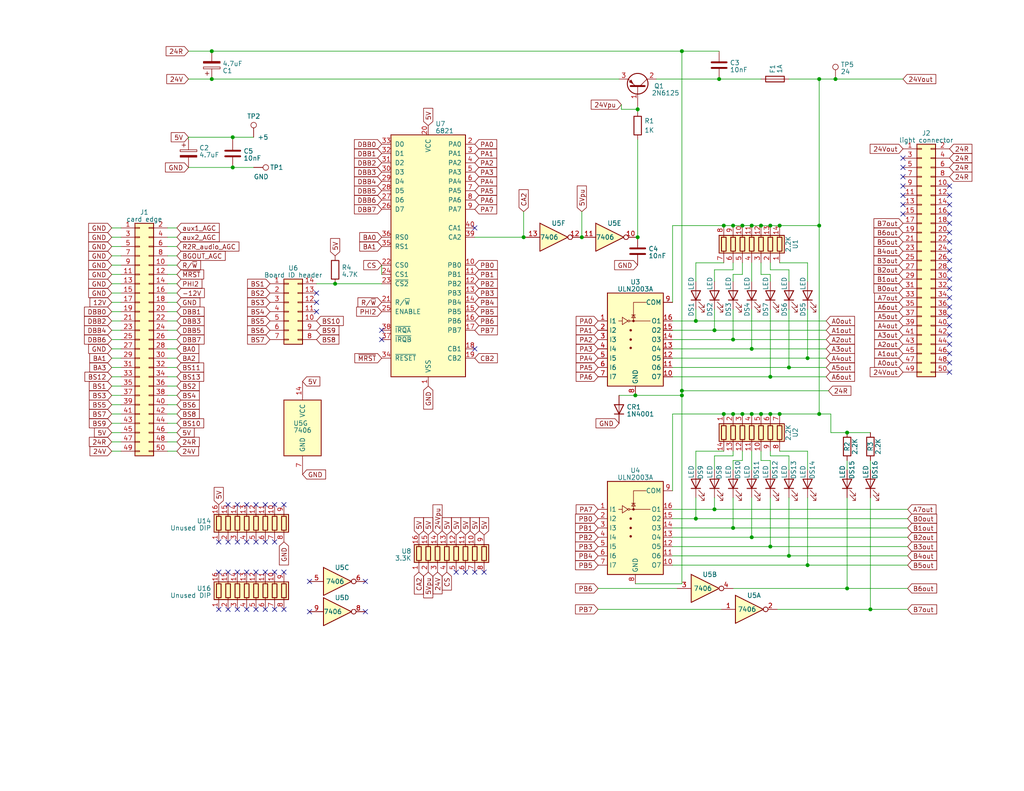
<source format=kicad_sch>
(kicad_sch (version 20230121) (generator eeschema)
  (paper "A")
  (junction (at 220.345 154.305))
  (junction (at 142.875 64.77))
  (junction (at 197.485 113.03))
  (junction (at 215.265 151.765))
  (junction (at 205.105 113.03))
  (junction (at 220.345 97.79))
  (junction (at 194.945 90.17))
  (junction (at 173.355 107.95))
  (junction (at 200.025 92.71))
  (junction (at 237.49 166.37))
  (junction (at 197.485 61.595))
  (junction (at 189.865 141.605))
  (junction (at 202.565 61.595))
  (junction (at 223.52 61.595))
  (junction (at 207.645 61.595))
  (junction (at 231.14 160.655))
  (junction (at 173.99 29.845))
  (junction (at 205.105 146.685))
  (junction (at 158.75 64.77))
  (junction (at 196.215 21.59))
  (junction (at 200.025 144.145))
  (junction (at 200.025 61.595))
  (junction (at 63.5 37.465))
  (junction (at 194.945 139.065))
  (junction (at 223.52 21.59))
  (junction (at 200.025 113.03))
  (junction (at 223.52 113.03))
  (junction (at 231.14 118.11))
  (junction (at 57.785 21.59))
  (junction (at 210.185 61.595))
  (junction (at 210.185 113.03))
  (junction (at 57.785 13.97))
  (junction (at 173.99 64.77))
  (junction (at 205.105 95.25))
  (junction (at 186.055 106.68))
  (junction (at 205.105 61.595))
  (junction (at 186.055 13.97))
  (junction (at 186.055 107.95))
  (junction (at 212.725 61.595))
  (junction (at 91.44 77.47))
  (junction (at 212.725 113.03))
  (junction (at 227.965 21.59))
  (junction (at 202.565 113.03))
  (junction (at 207.645 113.03))
  (junction (at 215.265 100.33))
  (junction (at 210.185 149.225))
  (junction (at 189.865 87.63))
  (junction (at 63.5 45.72))
  (junction (at 210.185 102.87))
  (no_connect (at 72.39 137.795))
  (no_connect (at 84.455 167.005))
  (no_connect (at 64.77 156.21))
  (no_connect (at 259.08 86.36))
  (no_connect (at 99.695 158.75))
  (no_connect (at 259.08 96.52))
  (no_connect (at 86.36 80.01))
  (no_connect (at 69.85 166.37))
  (no_connect (at 59.69 156.21))
  (no_connect (at 69.85 147.955))
  (no_connect (at 67.31 156.21))
  (no_connect (at 259.08 60.96))
  (no_connect (at 74.93 166.37))
  (no_connect (at 259.08 73.66))
  (no_connect (at 129.54 95.25))
  (no_connect (at 259.08 68.58))
  (no_connect (at 129.54 62.23))
  (no_connect (at 259.08 81.28))
  (no_connect (at 99.695 167.005))
  (no_connect (at 74.93 156.21))
  (no_connect (at 259.08 58.42))
  (no_connect (at 259.08 101.6))
  (no_connect (at 259.08 50.8))
  (no_connect (at 246.38 55.88))
  (no_connect (at 259.08 76.2))
  (no_connect (at 246.38 48.26))
  (no_connect (at 246.38 45.72))
  (no_connect (at 246.38 53.34))
  (no_connect (at 259.08 66.04))
  (no_connect (at 84.455 158.75))
  (no_connect (at 59.69 166.37))
  (no_connect (at 67.31 137.795))
  (no_connect (at 72.39 166.37))
  (no_connect (at 259.08 99.06))
  (no_connect (at 67.31 166.37))
  (no_connect (at 129.54 156.21))
  (no_connect (at 62.23 147.955))
  (no_connect (at 67.31 147.955))
  (no_connect (at 64.77 166.37))
  (no_connect (at 86.36 82.55))
  (no_connect (at 104.14 90.17))
  (no_connect (at 59.69 147.955))
  (no_connect (at 62.23 137.795))
  (no_connect (at 69.85 156.21))
  (no_connect (at 259.08 78.74))
  (no_connect (at 77.47 166.37))
  (no_connect (at 127 156.21))
  (no_connect (at 259.08 53.34))
  (no_connect (at 77.47 137.795))
  (no_connect (at 124.46 156.21))
  (no_connect (at 104.14 92.71))
  (no_connect (at 72.39 156.21))
  (no_connect (at 259.08 63.5))
  (no_connect (at 259.08 91.44))
  (no_connect (at 259.08 71.12))
  (no_connect (at 259.08 83.82))
  (no_connect (at 259.08 88.9))
  (no_connect (at 74.93 137.795))
  (no_connect (at 259.08 93.98))
  (no_connect (at 69.85 137.795))
  (no_connect (at 86.36 85.09))
  (no_connect (at 64.77 147.955))
  (no_connect (at 74.93 147.955))
  (no_connect (at 62.23 156.21))
  (no_connect (at 259.08 55.88))
  (no_connect (at 246.38 43.18))
  (no_connect (at 64.77 137.795))
  (no_connect (at 246.38 50.8))
  (no_connect (at 246.38 58.42))
  (no_connect (at 72.39 147.955))
  (no_connect (at 132.08 156.21))
  (no_connect (at 62.23 166.37))
  (no_connect (at 77.47 156.21))
  (wire (pts (xy 202.565 123.19) (xy 202.565 125.73)))
  (wire (pts (xy 189.865 141.605) (xy 189.865 135.89)))
  (wire (pts (xy 163.195 166.37) (xy 196.85 166.37)))
  (wire (pts (xy 163.195 160.655) (xy 184.785 160.655)))
  (wire (pts (xy 48.26 102.87) (xy 45.72 102.87)))
  (wire (pts (xy 48.26 113.03) (xy 45.72 113.03)))
  (wire (pts (xy 200.025 160.655) (xy 231.14 160.655)))
  (wire (pts (xy 48.26 92.71) (xy 45.72 92.71)))
  (wire (pts (xy 48.26 97.79) (xy 45.72 97.79)))
  (wire (pts (xy 48.26 69.85) (xy 45.72 69.85)))
  (wire (pts (xy 207.645 125.73) (xy 210.185 125.73)))
  (wire (pts (xy 179.07 21.59) (xy 196.215 21.59)))
  (wire (pts (xy 183.515 102.87) (xy 210.185 102.87)))
  (wire (pts (xy 33.02 80.01) (xy 30.48 80.01)))
  (wire (pts (xy 33.02 62.23) (xy 30.48 62.23)))
  (wire (pts (xy 247.65 139.065) (xy 194.945 139.065)))
  (wire (pts (xy 200.025 84.455) (xy 200.025 92.71)))
  (wire (pts (xy 189.865 76.835) (xy 189.865 71.755)))
  (wire (pts (xy 200.025 74.93) (xy 202.565 74.93)))
  (wire (pts (xy 189.865 71.755) (xy 197.485 71.755)))
  (wire (pts (xy 227.965 21.59) (xy 246.38 21.59)))
  (wire (pts (xy 220.345 154.305) (xy 220.345 135.89)))
  (wire (pts (xy 205.105 84.455) (xy 205.105 95.25)))
  (wire (pts (xy 91.44 77.47) (xy 104.14 77.47)))
  (wire (pts (xy 215.265 151.765) (xy 183.515 151.765)))
  (wire (pts (xy 189.865 128.27) (xy 189.865 123.19)))
  (wire (pts (xy 200.025 144.145) (xy 183.515 144.145)))
  (wire (pts (xy 33.02 97.79) (xy 30.48 97.79)))
  (wire (pts (xy 33.02 69.85) (xy 30.48 69.85)))
  (wire (pts (xy 247.65 141.605) (xy 189.865 141.605)))
  (wire (pts (xy 33.02 85.09) (xy 30.48 85.09)))
  (wire (pts (xy 33.02 110.49) (xy 30.48 110.49)))
  (wire (pts (xy 194.945 73.66) (xy 194.945 76.835)))
  (wire (pts (xy 210.185 76.835) (xy 210.185 74.93)))
  (wire (pts (xy 247.65 160.655) (xy 231.14 160.655)))
  (wire (pts (xy 183.515 90.17) (xy 194.945 90.17)))
  (wire (pts (xy 48.26 82.55) (xy 45.72 82.55)))
  (wire (pts (xy 142.875 64.77) (xy 143.51 64.77)))
  (wire (pts (xy 207.645 123.19) (xy 207.645 125.73)))
  (wire (pts (xy 200.025 125.73) (xy 200.025 128.27)))
  (wire (pts (xy 33.02 100.33) (xy 30.48 100.33)))
  (wire (pts (xy 48.26 120.65) (xy 45.72 120.65)))
  (wire (pts (xy 247.65 146.685) (xy 205.105 146.685)))
  (wire (pts (xy 212.725 61.595) (xy 223.52 61.595)))
  (wire (pts (xy 215.265 84.455) (xy 215.265 100.33)))
  (wire (pts (xy 48.26 107.95) (xy 45.72 107.95)))
  (wire (pts (xy 231.14 160.655) (xy 231.14 135.89)))
  (wire (pts (xy 212.725 123.19) (xy 220.345 123.19)))
  (wire (pts (xy 200.025 124.46) (xy 194.945 124.46)))
  (wire (pts (xy 215.265 100.33) (xy 225.425 100.33)))
  (wire (pts (xy 237.49 166.37) (xy 247.65 166.37)))
  (wire (pts (xy 51.435 45.72) (xy 63.5 45.72)))
  (wire (pts (xy 200.025 61.595) (xy 197.485 61.595)))
  (wire (pts (xy 247.65 149.225) (xy 210.185 149.225)))
  (wire (pts (xy 202.565 125.73) (xy 200.025 125.73)))
  (wire (pts (xy 48.26 115.57) (xy 45.72 115.57)))
  (wire (pts (xy 212.725 71.755) (xy 220.345 71.755)))
  (wire (pts (xy 194.945 84.455) (xy 194.945 90.17)))
  (wire (pts (xy 33.02 74.93) (xy 30.48 74.93)))
  (wire (pts (xy 48.26 64.77) (xy 45.72 64.77)))
  (wire (pts (xy 169.545 28.575) (xy 169.545 29.845)))
  (wire (pts (xy 48.26 105.41) (xy 45.72 105.41)))
  (wire (pts (xy 212.725 61.595) (xy 210.185 61.595)))
  (wire (pts (xy 183.515 113.03) (xy 197.485 113.03)))
  (wire (pts (xy 48.26 85.09) (xy 45.72 85.09)))
  (wire (pts (xy 205.105 95.25) (xy 225.425 95.25)))
  (wire (pts (xy 33.02 77.47) (xy 30.48 77.47)))
  (wire (pts (xy 197.485 113.03) (xy 200.025 113.03)))
  (wire (pts (xy 51.435 13.97) (xy 57.785 13.97)))
  (wire (pts (xy 173.355 107.95) (xy 186.055 107.95)))
  (wire (pts (xy 231.14 125.73) (xy 231.14 128.27)))
  (wire (pts (xy 63.5 37.465) (xy 69.215 37.465)))
  (wire (pts (xy 205.105 146.685) (xy 205.105 135.89)))
  (wire (pts (xy 210.185 124.46) (xy 215.265 124.46)))
  (wire (pts (xy 194.945 128.27) (xy 194.945 124.46)))
  (wire (pts (xy 210.185 149.225) (xy 210.185 135.89)))
  (wire (pts (xy 210.185 61.595) (xy 207.645 61.595)))
  (wire (pts (xy 48.26 62.23) (xy 45.72 62.23)))
  (wire (pts (xy 223.52 21.59) (xy 223.52 61.595)))
  (wire (pts (xy 189.865 84.455) (xy 189.865 87.63)))
  (wire (pts (xy 183.515 100.33) (xy 215.265 100.33)))
  (wire (pts (xy 169.545 29.845) (xy 173.99 29.845)))
  (wire (pts (xy 183.515 92.71) (xy 200.025 92.71)))
  (wire (pts (xy 186.055 159.385) (xy 186.055 107.95)))
  (wire (pts (xy 247.65 154.305) (xy 220.345 154.305)))
  (wire (pts (xy 33.02 118.11) (xy 30.48 118.11)))
  (wire (pts (xy 215.265 21.59) (xy 223.52 21.59)))
  (wire (pts (xy 63.5 45.72) (xy 69.215 45.72)))
  (wire (pts (xy 33.02 102.87) (xy 30.48 102.87)))
  (wire (pts (xy 51.435 37.465) (xy 51.435 38.1)))
  (wire (pts (xy 86.36 77.47) (xy 91.44 77.47)))
  (wire (pts (xy 173.99 30.48) (xy 173.99 29.845)))
  (wire (pts (xy 197.485 123.19) (xy 189.865 123.19)))
  (wire (pts (xy 129.54 64.77) (xy 142.875 64.77)))
  (wire (pts (xy 200.025 92.71) (xy 225.425 92.71)))
  (wire (pts (xy 48.26 95.25) (xy 45.72 95.25)))
  (wire (pts (xy 186.055 13.97) (xy 196.215 13.97)))
  (wire (pts (xy 223.52 113.03) (xy 226.695 113.03)))
  (wire (pts (xy 33.02 87.63) (xy 30.48 87.63)))
  (wire (pts (xy 33.02 105.41) (xy 30.48 105.41)))
  (wire (pts (xy 212.09 166.37) (xy 237.49 166.37)))
  (wire (pts (xy 186.055 106.68) (xy 186.055 107.95)))
  (wire (pts (xy 48.26 87.63) (xy 45.72 87.63)))
  (wire (pts (xy 210.185 84.455) (xy 210.185 102.87)))
  (wire (pts (xy 63.5 37.465) (xy 63.5 38.1)))
  (wire (pts (xy 48.26 74.93) (xy 45.72 74.93)))
  (wire (pts (xy 202.565 74.93) (xy 202.565 71.755)))
  (wire (pts (xy 207.645 71.755) (xy 207.645 74.93)))
  (wire (pts (xy 220.345 84.455) (xy 220.345 97.79)))
  (wire (pts (xy 183.515 87.63) (xy 189.865 87.63)))
  (wire (pts (xy 220.345 76.835) (xy 220.345 71.755)))
  (wire (pts (xy 48.26 123.19) (xy 45.72 123.19)))
  (wire (pts (xy 48.26 118.11) (xy 45.72 118.11)))
  (wire (pts (xy 51.435 37.465) (xy 63.5 37.465)))
  (wire (pts (xy 33.02 115.57) (xy 30.48 115.57)))
  (wire (pts (xy 33.02 120.65) (xy 30.48 120.65)))
  (wire (pts (xy 33.02 95.25) (xy 30.48 95.25)))
  (wire (pts (xy 33.02 72.39) (xy 30.48 72.39)))
  (wire (pts (xy 207.645 113.03) (xy 205.105 113.03)))
  (wire (pts (xy 212.725 113.03) (xy 223.52 113.03)))
  (wire (pts (xy 215.265 151.765) (xy 215.265 135.89)))
  (wire (pts (xy 173.355 159.385) (xy 186.055 159.385)))
  (wire (pts (xy 200.025 123.19) (xy 200.025 124.46)))
  (wire (pts (xy 183.515 61.595) (xy 183.515 82.55)))
  (wire (pts (xy 215.265 124.46) (xy 215.265 128.27)))
  (wire (pts (xy 48.26 100.33) (xy 45.72 100.33)))
  (wire (pts (xy 223.52 61.595) (xy 223.52 113.03)))
  (wire (pts (xy 210.185 71.755) (xy 210.185 73.66)))
  (wire (pts (xy 200.025 73.66) (xy 194.945 73.66)))
  (wire (pts (xy 247.65 144.145) (xy 200.025 144.145)))
  (wire (pts (xy 33.02 90.17) (xy 30.48 90.17)))
  (wire (pts (xy 33.02 64.77) (xy 30.48 64.77)))
  (wire (pts (xy 51.435 21.59) (xy 57.785 21.59)))
  (wire (pts (xy 189.865 87.63) (xy 225.425 87.63)))
  (wire (pts (xy 207.645 74.93) (xy 210.185 74.93)))
  (wire (pts (xy 200.025 144.145) (xy 200.025 135.89)))
  (wire (pts (xy 183.515 113.03) (xy 183.515 133.985)))
  (wire (pts (xy 205.105 146.685) (xy 183.515 146.685)))
  (wire (pts (xy 210.185 73.66) (xy 215.265 73.66)))
  (wire (pts (xy 48.26 90.17) (xy 45.72 90.17)))
  (wire (pts (xy 247.65 151.765) (xy 215.265 151.765)))
  (wire (pts (xy 48.26 80.01) (xy 45.72 80.01)))
  (wire (pts (xy 220.345 97.79) (xy 225.425 97.79)))
  (wire (pts (xy 205.105 61.595) (xy 207.645 61.595)))
  (wire (pts (xy 33.02 67.31) (xy 30.48 67.31)))
  (wire (pts (xy 210.185 149.225) (xy 183.515 149.225)))
  (wire (pts (xy 168.91 107.95) (xy 173.355 107.95)))
  (wire (pts (xy 210.185 102.87) (xy 225.425 102.87)))
  (wire (pts (xy 205.105 113.03) (xy 202.565 113.03)))
  (wire (pts (xy 48.26 67.31) (xy 45.72 67.31)))
  (wire (pts (xy 223.52 21.59) (xy 227.965 21.59)))
  (wire (pts (xy 205.105 76.835) (xy 205.105 71.755)))
  (wire (pts (xy 104.14 72.39) (xy 104.14 74.93)))
  (wire (pts (xy 231.14 118.11) (xy 226.695 118.11)))
  (wire (pts (xy 197.485 61.595) (xy 183.515 61.595)))
  (wire (pts (xy 200.025 73.66) (xy 200.025 71.755)))
  (wire (pts (xy 142.875 57.785) (xy 142.875 64.77)))
  (wire (pts (xy 33.02 82.55) (xy 30.48 82.55)))
  (wire (pts (xy 202.565 61.595) (xy 200.025 61.595)))
  (wire (pts (xy 210.185 113.03) (xy 207.645 113.03)))
  (wire (pts (xy 33.02 92.71) (xy 30.48 92.71)))
  (wire (pts (xy 48.26 77.47) (xy 45.72 77.47)))
  (wire (pts (xy 48.26 72.39) (xy 45.72 72.39)))
  (wire (pts (xy 189.865 141.605) (xy 183.515 141.605)))
  (wire (pts (xy 57.785 21.59) (xy 168.91 21.59)))
  (wire (pts (xy 226.695 118.11) (xy 226.695 113.03)))
  (wire (pts (xy 183.515 97.79) (xy 220.345 97.79)))
  (wire (pts (xy 194.945 139.065) (xy 194.945 135.89)))
  (wire (pts (xy 33.02 107.95) (xy 30.48 107.95)))
  (wire (pts (xy 210.185 125.73) (xy 210.185 128.27)))
  (wire (pts (xy 186.055 13.97) (xy 186.055 106.68)))
  (wire (pts (xy 220.345 123.19) (xy 220.345 128.27)))
  (wire (pts (xy 57.785 13.97) (xy 186.055 13.97)))
  (wire (pts (xy 183.515 95.25) (xy 205.105 95.25)))
  (wire (pts (xy 220.345 154.305) (xy 183.515 154.305)))
  (wire (pts (xy 210.185 123.19) (xy 210.185 124.46)))
  (wire (pts (xy 158.75 57.785) (xy 158.75 64.77)))
  (wire (pts (xy 173.99 38.1) (xy 173.99 64.77)))
  (wire (pts (xy 207.645 21.59) (xy 196.215 21.59)))
  (wire (pts (xy 173.99 29.845) (xy 173.99 29.21)))
  (wire (pts (xy 226.06 106.68) (xy 186.055 106.68)))
  (wire (pts (xy 237.49 118.11) (xy 231.14 118.11)))
  (wire (pts (xy 237.49 166.37) (xy 237.49 135.89)))
  (wire (pts (xy 194.945 90.17) (xy 225.425 90.17)))
  (wire (pts (xy 202.565 113.03) (xy 200.025 113.03)))
  (wire (pts (xy 194.945 139.065) (xy 183.515 139.065)))
  (wire (pts (xy 200.025 76.835) (xy 200.025 74.93)))
  (wire (pts (xy 202.565 61.595) (xy 205.105 61.595)))
  (wire (pts (xy 33.02 113.03) (xy 30.48 113.03)))
  (wire (pts (xy 48.26 110.49) (xy 45.72 110.49)))
  (wire (pts (xy 33.02 123.19) (xy 30.48 123.19)))
  (wire (pts (xy 212.725 113.03) (xy 210.185 113.03)))
  (wire (pts (xy 237.49 125.73) (xy 237.49 128.27)))
  (wire (pts (xy 205.105 128.27) (xy 205.105 123.19)))
  (wire (pts (xy 215.265 73.66) (xy 215.265 76.835)))
  (global_label "aux1_AGC" (shape input) (at 48.26 62.23 0) (property "Intersheetrefs" "${INTERSHEET_REFS}" (effects hide)))
  (global_label "24V" (shape input) (at 119.38 156.21 270) (property "Intersheetrefs" "${INTERSHEET_REFS}" (effects hide)))
  (global_label "BS2" (shape input) (at 73.66 80.01 180) (property "Intersheetrefs" "${INTERSHEET_REFS}" (effects hide)))
  (global_label "PA4" (shape input) (at 163.195 97.79 180) (property "Intersheetrefs" "${INTERSHEET_REFS}" (effects hide)))
  (global_label "DBB6" (shape input) (at 104.14 54.61 180) (property "Intersheetrefs" "${INTERSHEET_REFS}" (effects hide)))
  (global_label "GND" (shape input) (at 168.91 115.57 180) (property "Intersheetrefs" "${INTERSHEET_REFS}" (effects hide)))
  (global_label "B6out" (shape input) (at 246.38 63.5 180) (property "Intersheetrefs" "${INTERSHEET_REFS}" (effects hide)))
  (global_label "GND" (shape input) (at 30.48 69.85 180) (property "Intersheetrefs" "${INTERSHEET_REFS}" (effects hide)))
  (global_label "aux2_AGC" (shape input) (at 48.26 64.77 0) (property "Intersheetrefs" "${INTERSHEET_REFS}" (effects hide)))
  (global_label "PA7" (shape input) (at 129.54 57.15 0) (property "Intersheetrefs" "${INTERSHEET_REFS}" (effects hide)))
  (global_label "PHI2" (shape input) (at 104.14 85.09 180) (property "Intersheetrefs" "${INTERSHEET_REFS}" (effects hide)))
  (global_label "DBB3" (shape input) (at 104.14 46.99 180) (property "Intersheetrefs" "${INTERSHEET_REFS}" (effects hide)))
  (global_label "BA1" (shape input) (at 104.14 67.31 180) (property "Intersheetrefs" "${INTERSHEET_REFS}" (effects hide)))
  (global_label "24V" (shape input) (at 48.26 123.19 0) (property "Intersheetrefs" "${INTERSHEET_REFS}" (effects hide)))
  (global_label "DBB2" (shape input) (at 104.14 44.45 180) (property "Intersheetrefs" "${INTERSHEET_REFS}" (effects hide)))
  (global_label "BA2" (shape input) (at 48.26 97.79 0) (property "Intersheetrefs" "${INTERSHEET_REFS}" (effects hide)))
  (global_label "BS2" (shape input) (at 48.26 105.41 0) (property "Intersheetrefs" "${INTERSHEET_REFS}" (effects hide)))
  (global_label "5Vpu" (shape input) (at 116.84 156.21 270) (property "Intersheetrefs" "${INTERSHEET_REFS}" (effects hide)))
  (global_label "DBB5" (shape input) (at 104.14 52.07 180) (property "Intersheetrefs" "${INTERSHEET_REFS}" (effects hide)))
  (global_label "5V" (shape input) (at 82.55 104.14 0) (property "Intersheetrefs" "${INTERSHEET_REFS}" (effects hide)))
  (global_label "BS8" (shape input) (at 86.36 92.71 0) (property "Intersheetrefs" "${INTERSHEET_REFS}" (effects hide)))
  (global_label "BA3" (shape input) (at 30.48 100.33 180) (property "Intersheetrefs" "${INTERSHEET_REFS}" (effects hide)))
  (global_label "B0out" (shape input) (at 246.38 78.74 180) (property "Intersheetrefs" "${INTERSHEET_REFS}" (effects hide)))
  (global_label "24R" (shape input) (at 259.08 43.18 0) (property "Intersheetrefs" "${INTERSHEET_REFS}" (effects hide)))
  (global_label "GND" (shape input) (at 51.435 45.72 180) (property "Intersheetrefs" "${INTERSHEET_REFS}" (effects hide)))
  (global_label "24R" (shape input) (at 226.06 106.68 0) (property "Intersheetrefs" "${INTERSHEET_REFS}" (effects hide)))
  (global_label "PA2" (shape input) (at 129.54 44.45 0) (property "Intersheetrefs" "${INTERSHEET_REFS}" (effects hide)))
  (global_label "A0out" (shape input) (at 246.38 99.06 180) (property "Intersheetrefs" "${INTERSHEET_REFS}" (effects hide)))
  (global_label "DBB0" (shape input) (at 104.14 39.37 180) (property "Intersheetrefs" "${INTERSHEET_REFS}" (effects hide)))
  (global_label "A6out" (shape input) (at 225.425 102.87 0) (property "Intersheetrefs" "${INTERSHEET_REFS}" (effects hide)))
  (global_label "PA3" (shape input) (at 163.195 95.25 180) (property "Intersheetrefs" "${INTERSHEET_REFS}" (effects hide)))
  (global_label "BS4" (shape input) (at 48.26 107.95 0) (property "Intersheetrefs" "${INTERSHEET_REFS}" (effects hide)))
  (global_label "PA0" (shape input) (at 129.54 39.37 0) (property "Intersheetrefs" "${INTERSHEET_REFS}" (effects hide)))
  (global_label "~{MRST}" (shape input) (at 104.14 97.79 180) (property "Intersheetrefs" "${INTERSHEET_REFS}" (effects hide)))
  (global_label "GND" (shape input) (at 30.48 72.39 180) (property "Intersheetrefs" "${INTERSHEET_REFS}" (effects hide)))
  (global_label "5V" (shape input) (at 30.48 118.11 180) (property "Intersheetrefs" "${INTERSHEET_REFS}" (effects hide)))
  (global_label "PA7" (shape input) (at 163.195 139.065 180) (property "Intersheetrefs" "${INTERSHEET_REFS}" (effects hide)))
  (global_label "DBB7" (shape input) (at 48.26 92.71 0) (property "Intersheetrefs" "${INTERSHEET_REFS}" (effects hide)))
  (global_label "B2out" (shape input) (at 246.38 73.66 180) (property "Intersheetrefs" "${INTERSHEET_REFS}" (effects hide)))
  (global_label "PA0" (shape input) (at 163.195 87.63 180) (property "Intersheetrefs" "${INTERSHEET_REFS}" (effects hide)))
  (global_label "DBB1" (shape input) (at 48.26 85.09 0) (property "Intersheetrefs" "${INTERSHEET_REFS}" (effects hide)))
  (global_label "PB3" (shape input) (at 163.195 149.225 180) (property "Intersheetrefs" "${INTERSHEET_REFS}" (effects hide)))
  (global_label "PB5" (shape input) (at 163.195 154.305 180) (property "Intersheetrefs" "${INTERSHEET_REFS}" (effects hide)))
  (global_label "PB6" (shape input) (at 129.54 87.63 0) (property "Intersheetrefs" "${INTERSHEET_REFS}" (effects hide)))
  (global_label "BS1" (shape input) (at 30.48 105.41 180) (property "Intersheetrefs" "${INTERSHEET_REFS}" (effects hide)))
  (global_label "A4out" (shape input) (at 246.38 88.9 180) (property "Intersheetrefs" "${INTERSHEET_REFS}" (effects hide)))
  (global_label "PA4" (shape input) (at 129.54 49.53 0) (property "Intersheetrefs" "${INTERSHEET_REFS}" (effects hide)))
  (global_label "B4out" (shape input) (at 246.38 68.58 180) (property "Intersheetrefs" "${INTERSHEET_REFS}" (effects hide)))
  (global_label "PA6" (shape input) (at 129.54 54.61 0) (property "Intersheetrefs" "${INTERSHEET_REFS}" (effects hide)))
  (global_label "BS5" (shape input) (at 30.48 110.49 180) (property "Intersheetrefs" "${INTERSHEET_REFS}" (effects hide)))
  (global_label "GND" (shape input) (at 30.48 74.93 180) (property "Intersheetrefs" "${INTERSHEET_REFS}" (effects hide)))
  (global_label "DBB4" (shape input) (at 104.14 49.53 180) (property "Intersheetrefs" "${INTERSHEET_REFS}" (effects hide)))
  (global_label "B5out" (shape input) (at 246.38 66.04 180) (property "Intersheetrefs" "${INTERSHEET_REFS}" (effects hide)))
  (global_label "A5out" (shape input) (at 225.425 100.33 0) (property "Intersheetrefs" "${INTERSHEET_REFS}" (effects hide)))
  (global_label "BS6" (shape input) (at 73.66 90.17 180) (property "Intersheetrefs" "${INTERSHEET_REFS}" (effects hide)))
  (global_label "BGOUT_AGC" (shape input) (at 48.26 69.85 0) (property "Intersheetrefs" "${INTERSHEET_REFS}" (effects hide)))
  (global_label "PHI2" (shape input) (at 48.26 77.47 0) (property "Intersheetrefs" "${INTERSHEET_REFS}" (effects hide)))
  (global_label "PB7" (shape input) (at 163.195 166.37 180) (property "Intersheetrefs" "${INTERSHEET_REFS}" (effects hide)))
  (global_label "GND" (shape input) (at 30.48 67.31 180) (property "Intersheetrefs" "${INTERSHEET_REFS}" (effects hide)))
  (global_label "24V" (shape input) (at 30.48 123.19 180) (property "Intersheetrefs" "${INTERSHEET_REFS}" (effects hide)))
  (global_label "A2out" (shape input) (at 225.425 92.71 0) (property "Intersheetrefs" "${INTERSHEET_REFS}" (effects hide)))
  (global_label "B5out" (shape input) (at 247.65 154.305 0) (property "Intersheetrefs" "${INTERSHEET_REFS}" (effects hide)))
  (global_label "A3out" (shape input) (at 246.38 91.44 180) (property "Intersheetrefs" "${INTERSHEET_REFS}" (effects hide)))
  (global_label "B4out" (shape input) (at 247.65 151.765 0) (property "Intersheetrefs" "${INTERSHEET_REFS}" (effects hide)))
  (global_label "A2out" (shape input) (at 246.38 93.98 180) (property "Intersheetrefs" "${INTERSHEET_REFS}" (effects hide)))
  (global_label "A1out" (shape input) (at 246.38 96.52 180) (property "Intersheetrefs" "${INTERSHEET_REFS}" (effects hide)))
  (global_label "5V" (shape input) (at 59.69 137.795 90) (property "Intersheetrefs" "${INTERSHEET_REFS}" (effects hide)))
  (global_label "PB7" (shape input) (at 129.54 90.17 0) (property "Intersheetrefs" "${INTERSHEET_REFS}" (effects hide)))
  (global_label "PB4" (shape input) (at 129.54 82.55 0) (property "Intersheetrefs" "${INTERSHEET_REFS}" (effects hide)))
  (global_label "CA2" (shape input) (at 142.875 57.785 90) (property "Intersheetrefs" "${INTERSHEET_REFS}" (effects hide)))
  (global_label "R{slash}~{W}" (shape input) (at 48.26 72.39 0) (property "Intersheetrefs" "${INTERSHEET_REFS}" (effects hide)))
  (global_label "GND" (shape input) (at 30.48 95.25 180) (property "Intersheetrefs" "${INTERSHEET_REFS}" (effects hide)))
  (global_label "DBB2" (shape input) (at 30.48 87.63 180) (property "Intersheetrefs" "${INTERSHEET_REFS}" (effects hide)))
  (global_label "24Vout" (shape input) (at 246.38 101.6 180) (property "Intersheetrefs" "${INTERSHEET_REFS}" (effects hide)))
  (global_label "BS3" (shape input) (at 30.48 107.95 180) (property "Intersheetrefs" "${INTERSHEET_REFS}" (effects hide)))
  (global_label "24R" (shape input) (at 259.08 40.64 0) (property "Intersheetrefs" "${INTERSHEET_REFS}" (effects hide)))
  (global_label "BA0" (shape input) (at 48.26 95.25 0) (property "Intersheetrefs" "${INTERSHEET_REFS}" (effects hide)))
  (global_label "24Vpu" (shape input) (at 169.545 28.575 180) (property "Intersheetrefs" "${INTERSHEET_REFS}" (effects hide)))
  (global_label "24V" (shape input) (at 51.435 21.59 180) (property "Intersheetrefs" "${INTERSHEET_REFS}" (effects hide)))
  (global_label "PB2" (shape input) (at 163.195 146.685 180) (property "Intersheetrefs" "${INTERSHEET_REFS}" (effects hide)))
  (global_label "24Vout" (shape input) (at 246.38 21.59 0) (property "Intersheetrefs" "${INTERSHEET_REFS}" (effects hide)))
  (global_label "5V" (shape input) (at 116.84 34.29 90) (property "Intersheetrefs" "${INTERSHEET_REFS}" (effects hide)))
  (global_label "B6out" (shape input) (at 247.65 160.655 0) (property "Intersheetrefs" "${INTERSHEET_REFS}" (effects hide)))
  (global_label "BS11" (shape input) (at 48.26 100.33 0) (property "Intersheetrefs" "${INTERSHEET_REFS}" (effects hide)))
  (global_label "B3out" (shape input) (at 247.65 149.225 0) (property "Intersheetrefs" "${INTERSHEET_REFS}" (effects hide)))
  (global_label "5V" (shape input) (at 116.84 146.05 90) (property "Intersheetrefs" "${INTERSHEET_REFS}" (effects hide)))
  (global_label "A3out" (shape input) (at 225.425 95.25 0) (property "Intersheetrefs" "${INTERSHEET_REFS}" (effects hide)))
  (global_label "BA1" (shape input) (at 30.48 97.79 180) (property "Intersheetrefs" "${INTERSHEET_REFS}" (effects hide)))
  (global_label "PB4" (shape input) (at 163.195 151.765 180) (property "Intersheetrefs" "${INTERSHEET_REFS}" (effects hide)))
  (global_label "DBB4" (shape input) (at 30.48 90.17 180) (property "Intersheetrefs" "${INTERSHEET_REFS}" (effects hide)))
  (global_label "PA1" (shape input) (at 129.54 41.91 0) (property "Intersheetrefs" "${INTERSHEET_REFS}" (effects hide)))
  (global_label "BS13" (shape input) (at 48.26 102.87 0) (property "Intersheetrefs" "${INTERSHEET_REFS}" (effects hide)))
  (global_label "5V" (shape input) (at 127 146.05 90) (property "Intersheetrefs" "${INTERSHEET_REFS}" (effects hide)))
  (global_label "24Vout" (shape input) (at 246.38 40.64 180) (property "Intersheetrefs" "${INTERSHEET_REFS}" (effects hide)))
  (global_label "BS4" (shape input) (at 73.66 85.09 180) (property "Intersheetrefs" "${INTERSHEET_REFS}" (effects hide)))
  (global_label "24Vpu" (shape input) (at 119.38 146.05 90) (property "Intersheetrefs" "${INTERSHEET_REFS}" (effects hide)))
  (global_label "GND" (shape input) (at 30.48 64.77 180) (property "Intersheetrefs" "${INTERSHEET_REFS}" (effects hide)))
  (global_label "GND" (shape input) (at 48.26 82.55 0) (property "Intersheetrefs" "${INTERSHEET_REFS}" (effects hide)))
  (global_label "5V" (shape input) (at 114.3 146.05 90) (property "Intersheetrefs" "${INTERSHEET_REFS}" (effects hide)))
  (global_label "~{MRST}" (shape input) (at 48.26 74.93 0) (property "Intersheetrefs" "${INTERSHEET_REFS}" (effects hide)))
  (global_label "CS" (shape input) (at 104.14 72.39 180) (property "Intersheetrefs" "${INTERSHEET_REFS}" (effects hide)))
  (global_label "GND" (shape input) (at 116.84 105.41 270) (property "Intersheetrefs" "${INTERSHEET_REFS}" (effects hide)))
  (global_label "PA5" (shape input) (at 163.195 100.33 180) (property "Intersheetrefs" "${INTERSHEET_REFS}" (effects hide)))
  (global_label "24R" (shape input) (at 51.435 13.97 180) (property "Intersheetrefs" "${INTERSHEET_REFS}" (effects hide)))
  (global_label "A7out" (shape input) (at 247.65 139.065 0) (property "Intersheetrefs" "${INTERSHEET_REFS}" (effects hide)))
  (global_label "PB2" (shape input) (at 129.54 77.47 0) (property "Intersheetrefs" "${INTERSHEET_REFS}" (effects hide)))
  (global_label "PB1" (shape input) (at 163.195 144.145 180) (property "Intersheetrefs" "${INTERSHEET_REFS}" (effects hide)))
  (global_label "B1out" (shape input) (at 247.65 144.145 0) (property "Intersheetrefs" "${INTERSHEET_REFS}" (effects hide)))
  (global_label "5V" (shape input) (at 121.92 146.05 90) (property "Intersheetrefs" "${INTERSHEET_REFS}" (effects hide)))
  (global_label "B7out" (shape input) (at 247.65 166.37 0) (property "Intersheetrefs" "${INTERSHEET_REFS}" (effects hide)))
  (global_label "PB0" (shape input) (at 129.54 72.39 0) (property "Intersheetrefs" "${INTERSHEET_REFS}" (effects hide)))
  (global_label "5V" (shape input) (at 51.435 37.465 180) (property "Intersheetrefs" "${INTERSHEET_REFS}" (effects hide)))
  (global_label "BS3" (shape input) (at 73.66 82.55 180) (property "Intersheetrefs" "${INTERSHEET_REFS}" (effects hide)))
  (global_label "PA5" (shape input) (at 129.54 52.07 0) (property "Intersheetrefs" "${INTERSHEET_REFS}" (effects hide)))
  (global_label "5V" (shape input) (at 132.08 146.05 90) (property "Intersheetrefs" "${INTERSHEET_REFS}" (effects hide)))
  (global_label "GND" (shape input) (at 30.48 77.47 180) (property "Intersheetrefs" "${INTERSHEET_REFS}" (effects hide)))
  (global_label "A5out" (shape input) (at 246.38 86.36 180) (property "Intersheetrefs" "${INTERSHEET_REFS}" (effects hide)))
  (global_label "BS6" (shape input) (at 48.26 110.49 0) (property "Intersheetrefs" "${INTERSHEET_REFS}" (effects hide)))
  (global_label "DBB0" (shape input) (at 30.48 85.09 180) (property "Intersheetrefs" "${INTERSHEET_REFS}" (effects hide)))
  (global_label "CS" (shape input) (at 121.92 156.21 270) (property "Intersheetrefs" "${INTERSHEET_REFS}" (effects hide)))
  (global_label "PB6" (shape input) (at 163.195 160.655 180) (property "Intersheetrefs" "${INTERSHEET_REFS}" (effects hide)))
  (global_label "24R" (shape input) (at 259.08 48.26 0) (property "Intersheetrefs" "${INTERSHEET_REFS}" (effects hide)))
  (global_label "PB5" (shape input) (at 129.54 85.09 0) (property "Intersheetrefs" "${INTERSHEET_REFS}" (effects hide)))
  (global_label "BS12" (shape input) (at 30.48 102.87 180) (property "Intersheetrefs" "${INTERSHEET_REFS}" (effects hide)))
  (global_label "BA0" (shape input) (at 104.14 64.77 180) (property "Intersheetrefs" "${INTERSHEET_REFS}" (effects hide)))
  (global_label "GND" (shape input) (at 30.48 62.23 180) (property "Intersheetrefs" "${INTERSHEET_REFS}" (effects hide)))
  (global_label "-12V" (shape input) (at 48.26 80.01 0) (property "Intersheetrefs" "${INTERSHEET_REFS}" (effects hide)))
  (global_label "5V" (shape input) (at 91.44 69.85 90) (property "Intersheetrefs" "${INTERSHEET_REFS}" (effects hide)))
  (global_label "BS5" (shape input) (at 73.66 87.63 180) (property "Intersheetrefs" "${INTERSHEET_REFS}" (effects hide)))
  (global_label "BS1" (shape input) (at 73.66 77.47 180) (property "Intersheetrefs" "${INTERSHEET_REFS}" (effects hide)))
  (global_label "BS9" (shape input) (at 86.36 90.17 0) (property "Intersheetrefs" "${INTERSHEET_REFS}" (effects hide)))
  (global_label "BS10" (shape input) (at 86.36 87.63 0) (property "Intersheetrefs" "${INTERSHEET_REFS}" (effects hide)))
  (global_label "PA6" (shape input) (at 163.195 102.87 180) (property "Intersheetrefs" "${INTERSHEET_REFS}" (effects hide)))
  (global_label "DBB7" (shape input) (at 104.14 57.15 180) (property "Intersheetrefs" "${INTERSHEET_REFS}" (effects hide)))
  (global_label "PA3" (shape input) (at 129.54 46.99 0) (property "Intersheetrefs" "${INTERSHEET_REFS}" (effects hide)))
  (global_label "BS10" (shape input) (at 48.26 115.57 0) (property "Intersheetrefs" "${INTERSHEET_REFS}" (effects hide)))
  (global_label "DBB6" (shape input) (at 30.48 92.71 180) (property "Intersheetrefs" "${INTERSHEET_REFS}" (effects hide)))
  (global_label "5V" (shape input) (at 124.46 146.05 90) (property "Intersheetrefs" "${INTERSHEET_REFS}" (effects hide)))
  (global_label "PB1" (shape input) (at 129.54 74.93 0) (property "Intersheetrefs" "${INTERSHEET_REFS}" (effects hide)))
  (global_label "24R" (shape input) (at 48.26 120.65 0) (property "Intersheetrefs" "${INTERSHEET_REFS}" (effects hide)))
  (global_label "GND" (shape input) (at 173.99 72.39 180) (property "Intersheetrefs" "${INTERSHEET_REFS}" (effects hide)))
  (global_label "A4out" (shape input) (at 225.425 97.79 0) (property "Intersheetrefs" "${INTERSHEET_REFS}" (effects hide)))
  (global_label "PA2" (shape input) (at 163.195 92.71 180) (property "Intersheetrefs" "${INTERSHEET_REFS}" (effects hide)))
  (global_label "5V" (shape input) (at 48.26 118.11 0) (property "Intersheetrefs" "${INTERSHEET_REFS}" (effects hide)))
  (global_label "5Vpu" (shape input) (at 158.75 57.785 90) (property "Intersheetrefs" "${INTERSHEET_REFS}" (effects hide)))
  (global_label "24R" (shape input) (at 30.48 120.65 180) (property "Intersheetrefs" "${INTERSHEET_REFS}" (effects hide)))
  (global_label "DBB3" (shape input) (at 48.26 87.63 0) (property "Intersheetrefs" "${INTERSHEET_REFS}" (effects hide)))
  (global_label "DBB1" (shape input) (at 104.14 41.91 180) (property "Intersheetrefs" "${INTERSHEET_REFS}" (effects hide)))
  (global_label "5V" (shape input) (at 129.54 146.05 90) (property "Intersheetrefs" "${INTERSHEET_REFS}" (effects hide)))
  (global_label "PB3" (shape input) (at 129.54 80.01 0) (property "Intersheetrefs" "${INTERSHEET_REFS}" (effects hide)))
  (global_label "GND" (shape input) (at 30.48 80.01 180) (property "Intersheetrefs" "${INTERSHEET_REFS}" (effects hide)))
  (global_label "A7out" (shape input) (at 246.38 81.28 180) (property "Intersheetrefs" "${INTERSHEET_REFS}" (effects hide)))
  (global_label "BS9" (shape input) (at 30.48 115.57 180) (property "Intersheetrefs" "${INTERSHEET_REFS}" (effects hide)))
  (global_label "B0out" (shape input) (at 247.65 141.605 0) (property "Intersheetrefs" "${INTERSHEET_REFS}" (effects hide)))
  (global_label "A6out" (shape input) (at 246.38 83.82 180) (property "Intersheetrefs" "${INTERSHEET_REFS}" (effects hide)))
  (global_label "A1out" (shape input) (at 225.425 90.17 0) (property "Intersheetrefs" "${INTERSHEET_REFS}" (effects hide)))
  (global_label "A0out" (shape input) (at 225.425 87.63 0) (property "Intersheetrefs" "${INTERSHEET_REFS}" (effects hide)))
  (global_label "24R" (shape input) (at 259.08 45.72 0) (property "Intersheetrefs" "${INTERSHEET_REFS}" (effects hide)))
  (global_label "B1out" (shape input) (at 246.38 76.2 180) (property "Intersheetrefs" "${INTERSHEET_REFS}" (effects hide)))
  (global_label "BS8" (shape input) (at 48.26 113.03 0) (property "Intersheetrefs" "${INTERSHEET_REFS}" (effects hide)))
  (global_label "GND" (shape input) (at 77.47 147.955 270) (property "Intersheetrefs" "${INTERSHEET_REFS}" (effects hide)))
  (global_label "BS7" (shape input) (at 73.66 92.71 180) (property "Intersheetrefs" "${INTERSHEET_REFS}" (effects hide)))
  (global_label "12V" (shape input) (at 30.48 82.55 180) (property "Intersheetrefs" "${INTERSHEET_REFS}" (effects hide)))
  (global_label "B7out" (shape input) (at 246.38 60.96 180) (property "Intersheetrefs" "${INTERSHEET_REFS}" (effects hide)))
  (global_label "B3out" (shape input) (at 246.38 71.12 180) (property "Intersheetrefs" "${INTERSHEET_REFS}" (effects hide)))
  (global_label "PB0" (shape input) (at 163.195 141.605 180) (property "Intersheetrefs" "${INTERSHEET_REFS}" (effects hide)))
  (global_label "R{slash}~{W}" (shape input) (at 104.14 82.55 180) (property "Intersheetrefs" "${INTERSHEET_REFS}" (effects hide)))
  (global_label "GND" (shape input) (at 82.55 129.54 0) (property "Intersheetrefs" "${INTERSHEET_REFS}" (effects hide)))
  (global_label "B2out" (shape input) (at 247.65 146.685 0) (property "Intersheetrefs" "${INTERSHEET_REFS}" (effects hide)))
  (global_label "BS7" (shape input) (at 30.48 113.03 180) (property "Intersheetrefs" "${INTERSHEET_REFS}" (effects hide)))
  (global_label "DBB5" (shape input) (at 48.26 90.17 0) (property "Intersheetrefs" "${INTERSHEET_REFS}" (effects hide)))
  (global_label "CB2" (shape input) (at 129.54 97.79 0) (property "Intersheetrefs" "${INTERSHEET_REFS}" (effects hide)))
  (global_label "CA2" (shape input) (at 114.3 156.21 270) (property "Intersheetrefs" "${INTERSHEET_REFS}" (effects hide)))
  (global_label "PA1" (shape input) (at 163.195 90.17 180) (property "Intersheetrefs" "${INTERSHEET_REFS}" (effects hide)))
  (global_label "R2R_audio_AGC" (shape input) (at 48.26 67.31 0) (property "Intersheetrefs" "${INTERSHEET_REFS}" (effects hide)))
  (symbol (lib_id "Device:LED") (at 210.185 80.645 90) (unit 1)
    (property "Reference" "DS7" (at 208.915 82.55 0) (effects (justify right)))
    (property "Value" "LED" (at 208.915 75.565 0) (effects (justify right)))
    (property "Footprint" "LED_THT:LED_D5.0mm_Horizontal_O3.81mm_Z15.0mm" (effects hide))
  )
  (symbol (lib_id "Device:LED") (at 200.025 132.08 90) (unit 1)
    (property "Reference" "DS10" (at 201.295 125.73 0) (effects (justify right)))
    (property "Value" "LED" (at 198.755 127 0) (effects (justify right)))
    (property "Footprint" "LED_THT:LED_D5.0mm_Horizontal_O3.81mm_Z15.0mm" (effects hide))
  )
  (symbol (lib_id "Device:LED") (at 194.945 80.645 90) (unit 1)
    (property "Reference" "DS2" (at 193.675 82.55 0) (effects (justify right)))
    (property "Value" "LED" (at 193.675 75.565 0) (effects (justify right)))
    (property "Footprint" "LED_THT:LED_D5.0mm_Horizontal_O3.81mm_Z15.0mm" (effects hide))
  )
  (symbol (lib_id "Device:R_Pack08") (at 69.85 142.875 0) (unit 1)
    (property "Reference" "U14" (at 57.658 142.2313 0) (effects (justify right)))
    (property "Value" "Unused DIP" (at 57.658 144.1523 0) (effects (justify right)))
    (property "Footprint" "Package_DIP:DIP-16_W7.62mm" (effects hide))
  )
  (symbol (lib_id "Device:LED") (at 215.265 132.08 90) (unit 1)
    (property "Reference" "DS13" (at 216.535 125.73 0) (effects (justify right)))
    (property "Value" "LED" (at 213.995 127 0) (effects (justify right)))
    (property "Footprint" "LED_THT:LED_D5.0mm_Horizontal_O3.81mm_Z15.0mm" (effects hide))
  )
  (symbol (lib_id "Transistor_Array:ULN2003A") (at 173.355 92.71 0) (unit 1)
    (property "Reference" "U3" (at 173.355 77.0001 0))
    (property "Value" "ULN2003A" (at 173.355 78.9211 0))
    (property "Footprint" "Package_DIP:DIP-16_W7.62mm" (effects hide))
    (property "Datasheet" "http://www.ti.com/lit/ds/symlink/uln2003a.pdf" (effects hide))
  )
  (symbol (lib_id "Transistor_BJT:2N3906") (at 173.99 24.13 270) (mirror x) (unit 1)
    (property "Reference" "Q1" (at 178.435 23.495 90) (effects (justify left)))
    (property "Value" "2N6125" (at 177.8 25.4 90) (effects (justify left)))
    (property "Footprint" "Package_TO_SOT_THT:TO-220-3_Horizontal_TabDown" (effects hide))
  )
  (symbol (lib_id "Device:C_Polarized") (at 57.785 17.78 0) (mirror x) (unit 1)
    (property "Reference" "C1" (at 60.706 19.3127 0) (effects (justify left)))
    (property "Value" "4.7uF" (at 60.706 17.3917 0) (effects (justify left)))
    (property "Footprint" "Evan's parts:CP_Radial_Tantal_D4mm_P3.81mm" (effects hide))
  )
  (symbol (lib_id "Connector_Generic:Conn_02x25_Odd_Even") (at 251.46 71.12 0) (unit 1)
    (property "Reference" "J2" (at 252.73 36.3601 0))
    (property "Value" "light connector" (at 252.73 38.2811 0))
    (property "Footprint" "Connector_PinHeader_2.54mm:PinHeader_2x25_P2.54mm_Horizontal" (effects hide))
  )
  (symbol (lib_id "Device:Fuse") (at 211.455 21.59 90) (unit 1)
    (property "Reference" "F1" (at 210.8113 20.066 0) (effects (justify left)))
    (property "Value" "1A" (at 212.7323 20.066 0) (effects (justify left)))
    (property "Footprint" "Fuse:Fuseholder_Littelfuse_445_030_series_5x30mm" (effects hide))
  )
  (symbol (lib_id "74xx:74LS06") (at 151.13 64.77 0) (unit 6)
    (property "Reference" "U5" (at 152.4 60.96 0))
    (property "Value" "7406" (at 149.86 64.77 0))
    (property "Footprint" "Package_DIP:DIP-14_W7.62mm" (effects hide))
    (property "Datasheet" "http://www.ti.com/lit/gpn/sn74LS06" (effects hide))
  )
  (symbol (lib_id "Device:R_Pack08") (at 69.85 161.29 0) (unit 1)
    (property "Reference" "U16" (at 57.658 160.6463 0) (effects (justify right)))
    (property "Value" "Unused DIP" (at 57.658 162.5673 0) (effects (justify right)))
    (property "Footprint" "Package_DIP:DIP-16_W7.62mm" (effects hide))
  )
  (symbol (lib_id "Transistor_Array:ULN2003A") (at 173.355 144.145 0) (unit 1)
    (property "Reference" "U4" (at 173.355 128.4351 0))
    (property "Value" "ULN2003A" (at 173.355 130.3561 0))
    (property "Footprint" "Package_DIP:DIP-16_W7.62mm" (effects hide))
    (property "Datasheet" "http://www.ti.com/lit/ds/symlink/uln2003a.pdf" (effects hide))
  )
  (symbol (lib_id "Connector_Generic:Conn_02x25_Odd_Even") (at 38.1 92.71 0) (unit 1)
    (property "Reference" "J1" (at 39.37 57.9501 0))
    (property "Value" "card edge" (at 39.37 59.8711 0))
    (property "Footprint" "Evan's parts:Chuck_E_Cheese_small_card_edge" (effects hide))
  )
  (symbol (lib_id "Device:R_Pack07") (at 205.105 118.11 0) (mirror x) (unit 1)
    (property "Reference" "U2" (at 217.0049 118.11 90))
    (property "Value" "2.2K" (at 215.0839 118.11 90))
    (property "Footprint" "Package_DIP:DIP-14_W7.62mm" (effects hide))
  )
  (symbol (lib_id "Device:LED") (at 210.185 132.08 90) (unit 1)
    (property "Reference" "DS12" (at 211.455 125.73 0) (effects (justify right)))
    (property "Value" "LED" (at 208.915 127 0) (effects (justify right)))
    (property "Footprint" "LED_THT:LED_D5.0mm_Horizontal_O3.81mm_Z15.0mm" (effects hide))
  )
  (symbol (lib_id "Device:LED") (at 220.345 80.645 90) (unit 1)
    (property "Reference" "DS5" (at 219.075 82.55 0) (effects (justify right)))
    (property "Value" "LED" (at 219.075 75.565 0) (effects (justify right)))
    (property "Footprint" "LED_THT:LED_D5.0mm_Horizontal_O3.81mm_Z15.0mm" (effects hide))
  )
  (symbol (lib_id "Device:C_Polarized") (at 51.435 41.91 0) (unit 1)
    (property "Reference" "C2" (at 54.356 40.3773 0) (effects (justify left)))
    (property "Value" "4.7uF" (at 54.356 42.2983 0) (effects (justify left)))
    (property "Footprint" "Evan's parts:CP_Radial_Tantal_D4mm_P3.81mm" (effects hide))
  )
  (symbol (lib_id "74xx:74LS06") (at 204.47 166.37 0) (unit 1)
    (property "Reference" "U5" (at 205.74 162.56 0))
    (property "Value" "7406" (at 203.835 166.37 0))
    (property "Footprint" "Package_DIP:DIP-14_W7.62mm" (effects hide))
    (property "Datasheet" "http://www.ti.com/lit/gpn/sn74LS06" (effects hide))
  )
  (symbol (lib_id "Device:C") (at 173.99 68.58 0) (unit 1)
    (property "Reference" "C4" (at 176.911 67.9363 0) (effects (justify left)))
    (property "Value" "10nF" (at 176.911 69.8573 0) (effects (justify left)))
    (property "Footprint" "Capacitor_THT:C_Rect_L7.0mm_W2.5mm_P5.00mm" (effects hide))
  )
  (symbol (lib_id "Device:R_Pack07") (at 205.105 66.675 0) (mirror y) (unit 1)
    (property "Reference" "U1" (at 217.0049 66.675 90))
    (property "Value" "2.2K" (at 215.0839 66.675 90))
    (property "Footprint" "Package_DIP:DIP-14_W7.62mm" (effects hide))
  )
  (symbol (lib_id "Device:R_Pack08") (at 124.46 151.13 0) (unit 1)
    (property "Reference" "U8" (at 112.268 150.4863 0) (effects (justify right)))
    (property "Value" "3.3K" (at 112.268 152.4073 0) (effects (justify right)))
    (property "Footprint" "Package_DIP:DIP-16_W7.62mm" (effects hide))
  )
  (symbol (lib_id "Device:LED") (at 237.49 132.08 90) (unit 1)
    (property "Reference" "DS16" (at 238.76 125.73 0) (effects (justify right)))
    (property "Value" "LED" (at 236.22 127 0) (effects (justify right)))
    (property "Footprint" "LED_THT:LED_D5.0mm_Horizontal_O3.81mm_Z15.0mm" (effects hide))
  )
  (symbol (lib_id "74xx:74LS06") (at 82.55 116.84 0) (unit 7)
    (property "Reference" "U5" (at 80.01 115.57 0) (effects (justify left)))
    (property "Value" "7406" (at 80.01 117.475 0) (effects (justify left)))
    (property "Footprint" "Package_DIP:DIP-14_W7.62mm" (effects hide))
    (property "Datasheet" "http://www.ti.com/lit/gpn/sn74LS06" (effects hide))
  )
  (symbol (lib_id "Device:LED") (at 189.865 132.08 90) (unit 1)
    (property "Reference" "DS9" (at 191.135 127 0) (effects (justify right)))
    (property "Value" "LED" (at 188.595 127 0) (effects (justify right)))
    (property "Footprint" "LED_THT:LED_D5.0mm_Horizontal_O3.81mm_Z15.0mm" (effects hide))
  )
  (symbol (lib_id "Device:C") (at 196.215 17.78 0) (unit 1)
    (property "Reference" "C3" (at 199.136 17.1363 0) (effects (justify left)))
    (property "Value" "10nF" (at 199.136 19.0573 0) (effects (justify left)))
    (property "Footprint" "Capacitor_THT:C_Rect_L7.0mm_W2.5mm_P5.00mm" (effects hide))
  )
  (symbol (lib_id "Device:LED") (at 194.945 132.08 90) (unit 1)
    (property "Reference" "DS8" (at 196.215 127 0) (effects (justify right)))
    (property "Value" "LED" (at 193.675 127 0) (effects (justify right)))
    (property "Footprint" "LED_THT:LED_D5.0mm_Horizontal_O3.81mm_Z15.0mm" (effects hide))
  )
  (symbol (lib_id "Device:LED") (at 215.265 80.645 90) (unit 1)
    (property "Reference" "DS6" (at 213.995 82.55 0) (effects (justify right)))
    (property "Value" "LED" (at 213.995 75.565 0) (effects (justify right)))
    (property "Footprint" "LED_THT:LED_D5.0mm_Horizontal_O3.81mm_Z15.0mm" (effects hide))
  )
  (symbol (lib_id "Connector:TestPoint") (at 69.215 45.72 270) (mirror x) (unit 1)
    (property "Reference" "TP1" (at 73.66 45.72 90) (effects (justify left)))
    (property "Value" "GND" (at 69.215 48.26 90) (effects (justify left)))
    (property "Footprint" "TestPoint:TestPoint_Plated_Hole_D3.0mm" (effects hide))
  )
  (symbol (lib_id "Device:C") (at 63.5 41.91 0) (unit 1)
    (property "Reference" "C5" (at 66.421 41.2663 0) (effects (justify left)))
    (property "Value" "10nF" (at 66.421 43.1873 0) (effects (justify left)))
    (property "Footprint" "Capacitor_THT:C_Rect_L7.0mm_W2.5mm_P5.00mm" (effects hide))
  )
  (symbol (lib_id "Device:LED") (at 231.14 132.08 90) (unit 1)
    (property "Reference" "DS15" (at 232.41 125.73 0) (effects (justify right)))
    (property "Value" "LED" (at 229.87 127 0) (effects (justify right)))
    (property "Footprint" "LED_THT:LED_D5.0mm_Horizontal_O3.81mm_Z15.0mm" (effects hide))
  )
  (symbol (lib_id "74xx:74LS06") (at 192.405 160.655 0) (unit 2)
    (property "Reference" "U5" (at 193.675 156.845 0))
    (property "Value" "7406" (at 191.77 160.655 0))
    (property "Footprint" "Package_DIP:DIP-14_W7.62mm" (effects hide))
    (property "Datasheet" "http://www.ti.com/lit/gpn/sn74LS06" (effects hide))
  )
  (symbol (lib_id "Connector_Generic:Conn_02x07_Counter_Clockwise") (at 78.74 85.09 0) (unit 1)
    (property "Reference" "U6" (at 80.01 73.1901 0))
    (property "Value" "Board ID header" (at 80.01 75.1111 0))
    (property "Footprint" "Package_DIP:DIP-14_W7.62mm" (effects hide))
  )
  (symbol (lib_id "74xx:74LS06") (at 166.37 64.77 0) (unit 5)
    (property "Reference" "U5" (at 167.64 60.96 0))
    (property "Value" "7406" (at 165.1 64.77 0))
    (property "Footprint" "Package_DIP:DIP-14_W7.62mm" (effects hide))
    (property "Datasheet" "http://www.ti.com/lit/gpn/sn74LS06" (effects hide))
  )
  (symbol (lib_id "Device:LED") (at 220.345 132.08 90) (unit 1)
    (property "Reference" "DS14" (at 221.615 125.73 0) (effects (justify right)))
    (property "Value" "LED" (at 219.075 127 0) (effects (justify right)))
    (property "Footprint" "LED_THT:LED_D5.0mm_Horizontal_O3.81mm_Z15.0mm" (effects hide))
  )
  (symbol (lib_id "74xx:74LS06") (at 92.075 167.005 0) (unit 4)
    (property "Reference" "U5" (at 93.345 163.195 0))
    (property "Value" "7406" (at 90.805 167.005 0))
    (property "Footprint" "Package_DIP:DIP-14_W7.62mm" (effects hide))
    (property "Datasheet" "http://www.ti.com/lit/gpn/sn74LS06" (effects hide))
  )
  (symbol (lib_id "Connector:TestPoint") (at 227.965 21.59 0) (unit 1)
    (property "Reference" "TP5" (at 229.362 17.6443 0) (effects (justify left)))
    (property "Value" "24" (at 229.362 19.5653 0) (effects (justify left)))
    (property "Footprint" "TestPoint:TestPoint_Plated_Hole_D3.0mm" (effects hide))
  )
  (symbol (lib_id "Device:R") (at 231.14 121.92 180) (unit 1)
    (property "Reference" "R2" (at 231.14 121.92 90))
    (property "Value" "2.2K" (at 233.2449 121.92 90))
    (property "Footprint" "Resistor_THT:R_Axial_DIN0309_L9.0mm_D3.2mm_P12.70mm_Horizontal" (effects hide))
  )
  (symbol (lib_id "Diode:1N4001") (at 168.91 111.76 90) (unit 1)
    (property "Reference" "CR1" (at 170.942 111.1163 90) (effects (justify right)))
    (property "Value" "1N4001" (at 170.942 113.0373 90) (effects (justify right)))
    (property "Footprint" "Diode_THT:D_DO-41_SOD81_P12.70mm_Horizontal" (effects hide))
    (property "Datasheet" "http://www.vishay.com/docs/88503/1n4001.pdf" (effects hide))
    (property "Sim.Device" "D" (effects hide))
    (property "Sim.Pins" "1=K 2=A" (effects hide))
  )
  (symbol (lib_id "Device:LED") (at 205.105 80.645 90) (unit 1)
    (property "Reference" "DS4" (at 203.835 82.55 0) (effects (justify right)))
    (property "Value" "LED" (at 203.835 75.565 0) (effects (justify right)))
    (property "Footprint" "LED_THT:LED_D5.0mm_Horizontal_O3.81mm_Z15.0mm" (effects hide))
  )
  (symbol (lib_id "Device:R") (at 237.49 121.92 180) (unit 1)
    (property "Reference" "R3" (at 237.49 121.92 90))
    (property "Value" "2.2K" (at 239.5949 121.92 90))
    (property "Footprint" "Resistor_THT:R_Axial_DIN0309_L9.0mm_D3.2mm_P12.70mm_Horizontal" (effects hide))
  )
  (symbol (lib_id "Device:R") (at 91.44 73.66 0) (unit 1)
    (property "Reference" "R4" (at 93.218 73.0163 0) (effects (justify left)))
    (property "Value" "4.7K" (at 93.218 74.9373 0) (effects (justify left)))
    (property "Footprint" "Resistor_THT:R_Axial_DIN0309_L9.0mm_D3.2mm_P12.70mm_Horizontal" (effects hide))
  )
  (symbol (lib_id "Device:LED") (at 189.865 80.645 90) (unit 1)
    (property "Reference" "DS1" (at 188.595 82.55 0) (effects (justify right)))
    (property "Value" "LED" (at 188.595 75.565 0) (effects (justify right)))
    (property "Footprint" "LED_THT:LED_D5.0mm_Horizontal_O3.81mm_Z15.0mm" (effects hide))
  )
  (symbol (lib_id "Interface:6821") (at 116.84 69.85 0) (unit 1)
    (property "Reference" "U7" (at 118.7959 33.8201 0) (effects (justify left)))
    (property "Value" "6821" (at 118.7959 35.7411 0) (effects (justify left)))
    (property "Footprint" "Package_DIP:DIP-40_W15.24mm" (effects hide))
    (property "Datasheet" "http://pdf.datasheetcatalog.com/datasheet/motorola/6821.pdf" (effects hide))
  )
  (symbol (lib_id "Device:R") (at 173.99 34.29 0) (unit 1)
    (property "Reference" "R1" (at 177.165 33.02 0))
    (property "Value" "1K" (at 177.165 35.56 0))
    (property "Footprint" "Resistor_THT:R_Axial_DIN0309_L9.0mm_D3.2mm_P20.32mm_Horizontal" (effects hide))
  )
  (symbol (lib_id "Connector:TestPoint") (at 69.215 37.465 0) (unit 1)
    (property "Reference" "TP2" (at 69.215 31.75 0))
    (property "Value" "+5" (at 71.755 37.465 0))
    (property "Footprint" "TestPoint:TestPoint_Plated_Hole_D3.0mm" (effects hide))
  )
  (symbol (lib_id "74xx:74LS06") (at 92.075 158.75 0) (unit 3)
    (property "Reference" "U5" (at 93.345 154.94 0))
    (property "Value" "7406" (at 91.44 158.75 0))
    (property "Footprint" "Package_DIP:DIP-14_W7.62mm" (effects hide))
    (property "Datasheet" "http://www.ti.com/lit/gpn/sn74LS06" (effects hide))
  )
  (symbol (lib_id "Device:LED") (at 200.025 80.645 90) (unit 1)
    (property "Reference" "DS3" (at 198.755 82.55 0) (effects (justify right)))
    (property "Value" "LED" (at 198.755 75.565 0) (effects (justify right)))
    (property "Footprint" "LED_THT:LED_D5.0mm_Horizontal_O3.81mm_Z15.0mm" (effects hide))
  )
  (symbol (lib_id "Device:LED") (at 205.105 132.08 90) (unit 1)
    (property "Reference" "DS11" (at 206.375 125.73 0) (effects (justify right)))
    (property "Value" "LED" (at 203.835 127 0) (effects (justify right)))
    (property "Footprint" "LED_THT:LED_D5.0mm_Horizontal_O3.81mm_Z15.0mm" (effects hide))
  )
)
</source>
